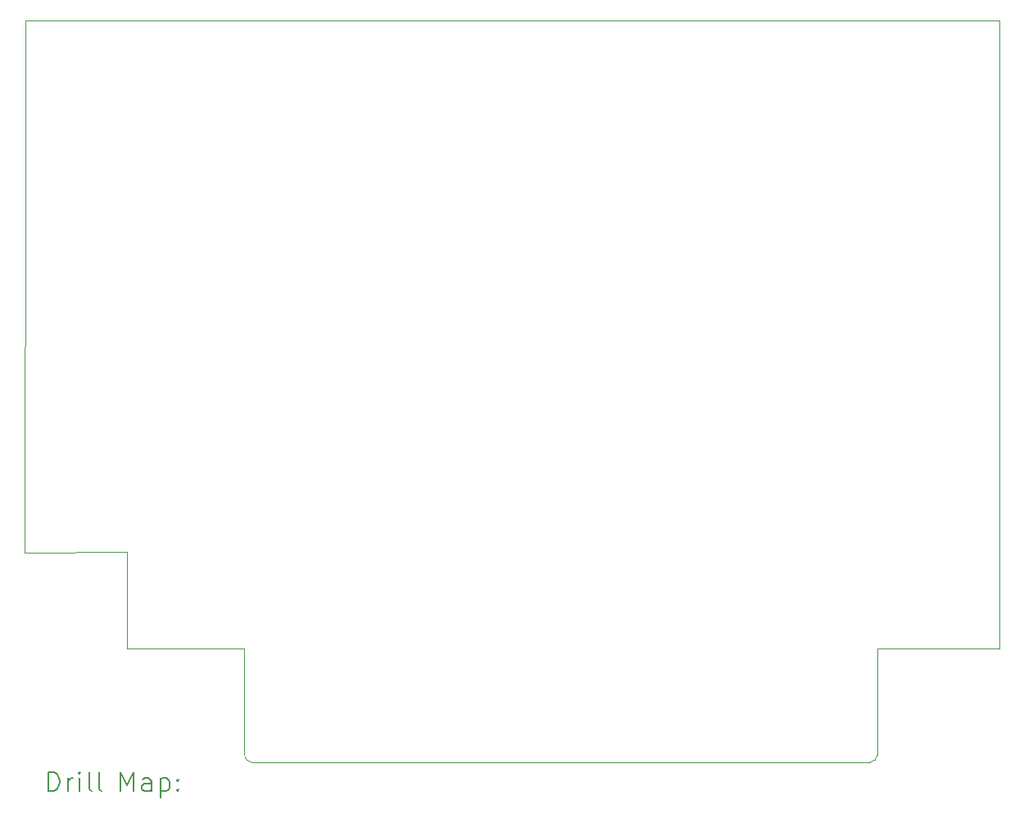
<source format=gbr>
%TF.GenerationSoftware,KiCad,Pcbnew,(7.0.0)*%
%TF.CreationDate,2023-02-27T14:20:26+09:00*%
%TF.ProjectId,ykp74,796b7037-342e-46b6-9963-61645f706362,rev?*%
%TF.SameCoordinates,Original*%
%TF.FileFunction,Drillmap*%
%TF.FilePolarity,Positive*%
%FSLAX45Y45*%
G04 Gerber Fmt 4.5, Leading zero omitted, Abs format (unit mm)*
G04 Created by KiCad (PCBNEW (7.0.0)) date 2023-02-27 14:20:26*
%MOMM*%
%LPD*%
G01*
G04 APERTURE LIST*
%ADD10C,0.100000*%
%ADD11C,0.200000*%
G04 APERTURE END LIST*
D10*
X9564584Y-7912253D02*
X9564047Y-6633750D01*
X18372715Y-13133344D02*
X19634703Y-13133000D01*
X10614891Y-12135910D02*
X10615214Y-13132442D01*
X19634703Y-13133000D02*
X19635957Y-7915611D01*
X10615214Y-13132442D02*
X11829645Y-13132442D01*
X9562043Y-12136018D02*
X10614891Y-12135910D01*
X18293257Y-14306860D02*
G75*
G03*
X18372381Y-14231082I784J78380D01*
G01*
X11829575Y-14226391D02*
G75*
G03*
X11903426Y-14305872I78965J-679D01*
G01*
X9564047Y-6633750D02*
X19635689Y-6635818D01*
X9564584Y-7912253D02*
X9562043Y-12136018D01*
X11903426Y-14305872D02*
X18293256Y-14306865D01*
X11829645Y-13132442D02*
X11829578Y-14226391D01*
X19635957Y-7915611D02*
X19635689Y-6635818D01*
X18372715Y-13133344D02*
X18372381Y-14231082D01*
D11*
X9804662Y-14605341D02*
X9804662Y-14405341D01*
X9804662Y-14405341D02*
X9852281Y-14405341D01*
X9852281Y-14405341D02*
X9880853Y-14414865D01*
X9880853Y-14414865D02*
X9899900Y-14433913D01*
X9899900Y-14433913D02*
X9909424Y-14452960D01*
X9909424Y-14452960D02*
X9918948Y-14491056D01*
X9918948Y-14491056D02*
X9918948Y-14519627D01*
X9918948Y-14519627D02*
X9909424Y-14557722D01*
X9909424Y-14557722D02*
X9899900Y-14576770D01*
X9899900Y-14576770D02*
X9880853Y-14595818D01*
X9880853Y-14595818D02*
X9852281Y-14605341D01*
X9852281Y-14605341D02*
X9804662Y-14605341D01*
X10004662Y-14605341D02*
X10004662Y-14472008D01*
X10004662Y-14510103D02*
X10014186Y-14491056D01*
X10014186Y-14491056D02*
X10023710Y-14481532D01*
X10023710Y-14481532D02*
X10042758Y-14472008D01*
X10042758Y-14472008D02*
X10061805Y-14472008D01*
X10128472Y-14605341D02*
X10128472Y-14472008D01*
X10128472Y-14405341D02*
X10118948Y-14414865D01*
X10118948Y-14414865D02*
X10128472Y-14424389D01*
X10128472Y-14424389D02*
X10137996Y-14414865D01*
X10137996Y-14414865D02*
X10128472Y-14405341D01*
X10128472Y-14405341D02*
X10128472Y-14424389D01*
X10252281Y-14605341D02*
X10233234Y-14595818D01*
X10233234Y-14595818D02*
X10223710Y-14576770D01*
X10223710Y-14576770D02*
X10223710Y-14405341D01*
X10357043Y-14605341D02*
X10337996Y-14595818D01*
X10337996Y-14595818D02*
X10328472Y-14576770D01*
X10328472Y-14576770D02*
X10328472Y-14405341D01*
X10553234Y-14605341D02*
X10553234Y-14405341D01*
X10553234Y-14405341D02*
X10619900Y-14548199D01*
X10619900Y-14548199D02*
X10686567Y-14405341D01*
X10686567Y-14405341D02*
X10686567Y-14605341D01*
X10867519Y-14605341D02*
X10867519Y-14500579D01*
X10867519Y-14500579D02*
X10857996Y-14481532D01*
X10857996Y-14481532D02*
X10838948Y-14472008D01*
X10838948Y-14472008D02*
X10800853Y-14472008D01*
X10800853Y-14472008D02*
X10781805Y-14481532D01*
X10867519Y-14595818D02*
X10848472Y-14605341D01*
X10848472Y-14605341D02*
X10800853Y-14605341D01*
X10800853Y-14605341D02*
X10781805Y-14595818D01*
X10781805Y-14595818D02*
X10772281Y-14576770D01*
X10772281Y-14576770D02*
X10772281Y-14557722D01*
X10772281Y-14557722D02*
X10781805Y-14538675D01*
X10781805Y-14538675D02*
X10800853Y-14529151D01*
X10800853Y-14529151D02*
X10848472Y-14529151D01*
X10848472Y-14529151D02*
X10867519Y-14519627D01*
X10962758Y-14472008D02*
X10962758Y-14672008D01*
X10962758Y-14481532D02*
X10981805Y-14472008D01*
X10981805Y-14472008D02*
X11019900Y-14472008D01*
X11019900Y-14472008D02*
X11038948Y-14481532D01*
X11038948Y-14481532D02*
X11048472Y-14491056D01*
X11048472Y-14491056D02*
X11057996Y-14510103D01*
X11057996Y-14510103D02*
X11057996Y-14567246D01*
X11057996Y-14567246D02*
X11048472Y-14586294D01*
X11048472Y-14586294D02*
X11038948Y-14595818D01*
X11038948Y-14595818D02*
X11019900Y-14605341D01*
X11019900Y-14605341D02*
X10981805Y-14605341D01*
X10981805Y-14605341D02*
X10962758Y-14595818D01*
X11143710Y-14586294D02*
X11153234Y-14595818D01*
X11153234Y-14595818D02*
X11143710Y-14605341D01*
X11143710Y-14605341D02*
X11134186Y-14595818D01*
X11134186Y-14595818D02*
X11143710Y-14586294D01*
X11143710Y-14586294D02*
X11143710Y-14605341D01*
X11143710Y-14481532D02*
X11153234Y-14491056D01*
X11153234Y-14491056D02*
X11143710Y-14500579D01*
X11143710Y-14500579D02*
X11134186Y-14491056D01*
X11134186Y-14491056D02*
X11143710Y-14481532D01*
X11143710Y-14481532D02*
X11143710Y-14500579D01*
M02*

</source>
